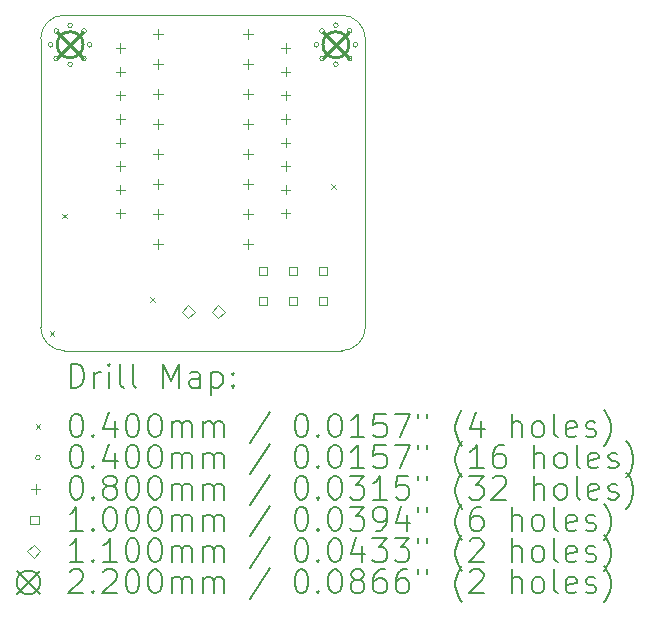
<source format=gbr>
%FSLAX45Y45*%
G04 Gerber Fmt 4.5, Leading zero omitted, Abs format (unit mm)*
G04 Created by KiCad (PCBNEW (6.0.2)) date 2022-09-28 01:57:34*
%MOMM*%
%LPD*%
G01*
G04 APERTURE LIST*
%TA.AperFunction,Profile*%
%ADD10C,0.050000*%
%TD*%
%ADD11C,0.200000*%
%ADD12C,0.040000*%
%ADD13C,0.080000*%
%ADD14C,0.100000*%
%ADD15C,0.110000*%
%ADD16C,0.220000*%
G04 APERTURE END LIST*
D10*
X13630000Y-9440000D02*
X13630000Y-7000000D01*
X13830000Y-6800000D02*
X16180000Y-6800000D01*
X16180000Y-9640000D02*
G75*
G03*
X16380000Y-9440000I0J200000D01*
G01*
X16380000Y-7000000D02*
G75*
G03*
X16180000Y-6800000I-200000J0D01*
G01*
X13830000Y-6800000D02*
G75*
G03*
X13630000Y-7000000I0J-200000D01*
G01*
X13630000Y-9440000D02*
G75*
G03*
X13830000Y-9640000I200000J0D01*
G01*
X16180000Y-9640000D02*
X13830000Y-9640000D01*
X16380000Y-7000000D02*
X16380000Y-9440000D01*
D11*
D12*
X13706000Y-9475000D02*
X13746000Y-9515000D01*
X13746000Y-9475000D02*
X13706000Y-9515000D01*
X13810000Y-8480000D02*
X13850000Y-8520000D01*
X13850000Y-8480000D02*
X13810000Y-8520000D01*
X14560000Y-9190000D02*
X14600000Y-9230000D01*
X14600000Y-9190000D02*
X14560000Y-9230000D01*
X16090000Y-8230000D02*
X16130000Y-8270000D01*
X16130000Y-8230000D02*
X16090000Y-8270000D01*
X13735000Y-7050000D02*
G75*
G03*
X13735000Y-7050000I-20000J0D01*
G01*
X13783327Y-6933327D02*
G75*
G03*
X13783327Y-6933327I-20000J0D01*
G01*
X13783327Y-7166673D02*
G75*
G03*
X13783327Y-7166673I-20000J0D01*
G01*
X13900000Y-6885000D02*
G75*
G03*
X13900000Y-6885000I-20000J0D01*
G01*
X13900000Y-7215000D02*
G75*
G03*
X13900000Y-7215000I-20000J0D01*
G01*
X14016673Y-6933327D02*
G75*
G03*
X14016673Y-6933327I-20000J0D01*
G01*
X14016673Y-7166673D02*
G75*
G03*
X14016673Y-7166673I-20000J0D01*
G01*
X14065000Y-7050000D02*
G75*
G03*
X14065000Y-7050000I-20000J0D01*
G01*
X15985000Y-7050000D02*
G75*
G03*
X15985000Y-7050000I-20000J0D01*
G01*
X16033327Y-6933327D02*
G75*
G03*
X16033327Y-6933327I-20000J0D01*
G01*
X16033327Y-7166673D02*
G75*
G03*
X16033327Y-7166673I-20000J0D01*
G01*
X16150000Y-6885000D02*
G75*
G03*
X16150000Y-6885000I-20000J0D01*
G01*
X16150000Y-7215000D02*
G75*
G03*
X16150000Y-7215000I-20000J0D01*
G01*
X16266673Y-6933327D02*
G75*
G03*
X16266673Y-6933327I-20000J0D01*
G01*
X16266673Y-7166673D02*
G75*
G03*
X16266673Y-7166673I-20000J0D01*
G01*
X16315000Y-7050000D02*
G75*
G03*
X16315000Y-7050000I-20000J0D01*
G01*
D13*
X14304500Y-7038000D02*
X14304500Y-7118000D01*
X14264500Y-7078000D02*
X14344500Y-7078000D01*
X14304500Y-7238000D02*
X14304500Y-7318000D01*
X14264500Y-7278000D02*
X14344500Y-7278000D01*
X14304500Y-7438000D02*
X14304500Y-7518000D01*
X14264500Y-7478000D02*
X14344500Y-7478000D01*
X14304500Y-7638000D02*
X14304500Y-7718000D01*
X14264500Y-7678000D02*
X14344500Y-7678000D01*
X14304500Y-7838000D02*
X14304500Y-7918000D01*
X14264500Y-7878000D02*
X14344500Y-7878000D01*
X14304500Y-8038000D02*
X14304500Y-8118000D01*
X14264500Y-8078000D02*
X14344500Y-8078000D01*
X14304500Y-8238000D02*
X14304500Y-8318000D01*
X14264500Y-8278000D02*
X14344500Y-8278000D01*
X14304500Y-8438000D02*
X14304500Y-8518000D01*
X14264500Y-8478000D02*
X14344500Y-8478000D01*
X14625000Y-6919500D02*
X14625000Y-6999500D01*
X14585000Y-6959500D02*
X14665000Y-6959500D01*
X14625000Y-7173500D02*
X14625000Y-7253500D01*
X14585000Y-7213500D02*
X14665000Y-7213500D01*
X14625000Y-7427500D02*
X14625000Y-7507500D01*
X14585000Y-7467500D02*
X14665000Y-7467500D01*
X14625000Y-7681500D02*
X14625000Y-7761500D01*
X14585000Y-7721500D02*
X14665000Y-7721500D01*
X14625000Y-7935500D02*
X14625000Y-8015500D01*
X14585000Y-7975500D02*
X14665000Y-7975500D01*
X14625000Y-8189500D02*
X14625000Y-8269500D01*
X14585000Y-8229500D02*
X14665000Y-8229500D01*
X14625000Y-8443500D02*
X14625000Y-8523500D01*
X14585000Y-8483500D02*
X14665000Y-8483500D01*
X14625000Y-8697500D02*
X14625000Y-8777500D01*
X14585000Y-8737500D02*
X14665000Y-8737500D01*
X15387000Y-6919500D02*
X15387000Y-6999500D01*
X15347000Y-6959500D02*
X15427000Y-6959500D01*
X15387000Y-7173500D02*
X15387000Y-7253500D01*
X15347000Y-7213500D02*
X15427000Y-7213500D01*
X15387000Y-7427500D02*
X15387000Y-7507500D01*
X15347000Y-7467500D02*
X15427000Y-7467500D01*
X15387000Y-7681500D02*
X15387000Y-7761500D01*
X15347000Y-7721500D02*
X15427000Y-7721500D01*
X15387000Y-7935500D02*
X15387000Y-8015500D01*
X15347000Y-7975500D02*
X15427000Y-7975500D01*
X15387000Y-8189500D02*
X15387000Y-8269500D01*
X15347000Y-8229500D02*
X15427000Y-8229500D01*
X15387000Y-8443500D02*
X15387000Y-8523500D01*
X15347000Y-8483500D02*
X15427000Y-8483500D01*
X15387000Y-8697500D02*
X15387000Y-8777500D01*
X15347000Y-8737500D02*
X15427000Y-8737500D01*
X15704500Y-7038000D02*
X15704500Y-7118000D01*
X15664500Y-7078000D02*
X15744500Y-7078000D01*
X15704500Y-7238000D02*
X15704500Y-7318000D01*
X15664500Y-7278000D02*
X15744500Y-7278000D01*
X15704500Y-7438000D02*
X15704500Y-7518000D01*
X15664500Y-7478000D02*
X15744500Y-7478000D01*
X15704500Y-7638000D02*
X15704500Y-7718000D01*
X15664500Y-7678000D02*
X15744500Y-7678000D01*
X15704500Y-7838000D02*
X15704500Y-7918000D01*
X15664500Y-7878000D02*
X15744500Y-7878000D01*
X15704500Y-8038000D02*
X15704500Y-8118000D01*
X15664500Y-8078000D02*
X15744500Y-8078000D01*
X15704500Y-8238000D02*
X15704500Y-8318000D01*
X15664500Y-8278000D02*
X15744500Y-8278000D01*
X15704500Y-8438000D02*
X15704500Y-8518000D01*
X15664500Y-8478000D02*
X15744500Y-8478000D01*
D14*
X15547356Y-9000356D02*
X15547356Y-8929644D01*
X15476644Y-8929644D01*
X15476644Y-9000356D01*
X15547356Y-9000356D01*
X15547356Y-9254356D02*
X15547356Y-9183644D01*
X15476644Y-9183644D01*
X15476644Y-9254356D01*
X15547356Y-9254356D01*
X15801356Y-9000356D02*
X15801356Y-8929644D01*
X15730644Y-8929644D01*
X15730644Y-9000356D01*
X15801356Y-9000356D01*
X15801356Y-9254356D02*
X15801356Y-9183644D01*
X15730644Y-9183644D01*
X15730644Y-9254356D01*
X15801356Y-9254356D01*
X16055356Y-9000356D02*
X16055356Y-8929644D01*
X15984644Y-8929644D01*
X15984644Y-9000356D01*
X16055356Y-9000356D01*
X16055356Y-9254356D02*
X16055356Y-9183644D01*
X15984644Y-9183644D01*
X15984644Y-9254356D01*
X16055356Y-9254356D01*
D15*
X14880000Y-9365000D02*
X14935000Y-9310000D01*
X14880000Y-9255000D01*
X14825000Y-9310000D01*
X14880000Y-9365000D01*
X15134000Y-9365000D02*
X15189000Y-9310000D01*
X15134000Y-9255000D01*
X15079000Y-9310000D01*
X15134000Y-9365000D01*
D16*
X13770000Y-6940000D02*
X13990000Y-7160000D01*
X13990000Y-6940000D02*
X13770000Y-7160000D01*
X13990000Y-7050000D02*
G75*
G03*
X13990000Y-7050000I-110000J0D01*
G01*
X16020000Y-6940000D02*
X16240000Y-7160000D01*
X16240000Y-6940000D02*
X16020000Y-7160000D01*
X16240000Y-7050000D02*
G75*
G03*
X16240000Y-7050000I-110000J0D01*
G01*
D11*
X13885119Y-9952976D02*
X13885119Y-9752976D01*
X13932738Y-9752976D01*
X13961309Y-9762500D01*
X13980357Y-9781548D01*
X13989881Y-9800595D01*
X13999405Y-9838690D01*
X13999405Y-9867262D01*
X13989881Y-9905357D01*
X13980357Y-9924405D01*
X13961309Y-9943452D01*
X13932738Y-9952976D01*
X13885119Y-9952976D01*
X14085119Y-9952976D02*
X14085119Y-9819643D01*
X14085119Y-9857738D02*
X14094643Y-9838690D01*
X14104167Y-9829167D01*
X14123214Y-9819643D01*
X14142262Y-9819643D01*
X14208928Y-9952976D02*
X14208928Y-9819643D01*
X14208928Y-9752976D02*
X14199405Y-9762500D01*
X14208928Y-9772024D01*
X14218452Y-9762500D01*
X14208928Y-9752976D01*
X14208928Y-9772024D01*
X14332738Y-9952976D02*
X14313690Y-9943452D01*
X14304167Y-9924405D01*
X14304167Y-9752976D01*
X14437500Y-9952976D02*
X14418452Y-9943452D01*
X14408928Y-9924405D01*
X14408928Y-9752976D01*
X14666071Y-9952976D02*
X14666071Y-9752976D01*
X14732738Y-9895833D01*
X14799405Y-9752976D01*
X14799405Y-9952976D01*
X14980357Y-9952976D02*
X14980357Y-9848214D01*
X14970833Y-9829167D01*
X14951786Y-9819643D01*
X14913690Y-9819643D01*
X14894643Y-9829167D01*
X14980357Y-9943452D02*
X14961309Y-9952976D01*
X14913690Y-9952976D01*
X14894643Y-9943452D01*
X14885119Y-9924405D01*
X14885119Y-9905357D01*
X14894643Y-9886310D01*
X14913690Y-9876786D01*
X14961309Y-9876786D01*
X14980357Y-9867262D01*
X15075595Y-9819643D02*
X15075595Y-10019643D01*
X15075595Y-9829167D02*
X15094643Y-9819643D01*
X15132738Y-9819643D01*
X15151786Y-9829167D01*
X15161309Y-9838690D01*
X15170833Y-9857738D01*
X15170833Y-9914881D01*
X15161309Y-9933929D01*
X15151786Y-9943452D01*
X15132738Y-9952976D01*
X15094643Y-9952976D01*
X15075595Y-9943452D01*
X15256548Y-9933929D02*
X15266071Y-9943452D01*
X15256548Y-9952976D01*
X15247024Y-9943452D01*
X15256548Y-9933929D01*
X15256548Y-9952976D01*
X15256548Y-9829167D02*
X15266071Y-9838690D01*
X15256548Y-9848214D01*
X15247024Y-9838690D01*
X15256548Y-9829167D01*
X15256548Y-9848214D01*
D12*
X13587500Y-10262500D02*
X13627500Y-10302500D01*
X13627500Y-10262500D02*
X13587500Y-10302500D01*
D11*
X13923214Y-10172976D02*
X13942262Y-10172976D01*
X13961309Y-10182500D01*
X13970833Y-10192024D01*
X13980357Y-10211071D01*
X13989881Y-10249167D01*
X13989881Y-10296786D01*
X13980357Y-10334881D01*
X13970833Y-10353929D01*
X13961309Y-10363452D01*
X13942262Y-10372976D01*
X13923214Y-10372976D01*
X13904167Y-10363452D01*
X13894643Y-10353929D01*
X13885119Y-10334881D01*
X13875595Y-10296786D01*
X13875595Y-10249167D01*
X13885119Y-10211071D01*
X13894643Y-10192024D01*
X13904167Y-10182500D01*
X13923214Y-10172976D01*
X14075595Y-10353929D02*
X14085119Y-10363452D01*
X14075595Y-10372976D01*
X14066071Y-10363452D01*
X14075595Y-10353929D01*
X14075595Y-10372976D01*
X14256548Y-10239643D02*
X14256548Y-10372976D01*
X14208928Y-10163452D02*
X14161309Y-10306310D01*
X14285119Y-10306310D01*
X14399405Y-10172976D02*
X14418452Y-10172976D01*
X14437500Y-10182500D01*
X14447024Y-10192024D01*
X14456548Y-10211071D01*
X14466071Y-10249167D01*
X14466071Y-10296786D01*
X14456548Y-10334881D01*
X14447024Y-10353929D01*
X14437500Y-10363452D01*
X14418452Y-10372976D01*
X14399405Y-10372976D01*
X14380357Y-10363452D01*
X14370833Y-10353929D01*
X14361309Y-10334881D01*
X14351786Y-10296786D01*
X14351786Y-10249167D01*
X14361309Y-10211071D01*
X14370833Y-10192024D01*
X14380357Y-10182500D01*
X14399405Y-10172976D01*
X14589881Y-10172976D02*
X14608928Y-10172976D01*
X14627976Y-10182500D01*
X14637500Y-10192024D01*
X14647024Y-10211071D01*
X14656548Y-10249167D01*
X14656548Y-10296786D01*
X14647024Y-10334881D01*
X14637500Y-10353929D01*
X14627976Y-10363452D01*
X14608928Y-10372976D01*
X14589881Y-10372976D01*
X14570833Y-10363452D01*
X14561309Y-10353929D01*
X14551786Y-10334881D01*
X14542262Y-10296786D01*
X14542262Y-10249167D01*
X14551786Y-10211071D01*
X14561309Y-10192024D01*
X14570833Y-10182500D01*
X14589881Y-10172976D01*
X14742262Y-10372976D02*
X14742262Y-10239643D01*
X14742262Y-10258690D02*
X14751786Y-10249167D01*
X14770833Y-10239643D01*
X14799405Y-10239643D01*
X14818452Y-10249167D01*
X14827976Y-10268214D01*
X14827976Y-10372976D01*
X14827976Y-10268214D02*
X14837500Y-10249167D01*
X14856548Y-10239643D01*
X14885119Y-10239643D01*
X14904167Y-10249167D01*
X14913690Y-10268214D01*
X14913690Y-10372976D01*
X15008928Y-10372976D02*
X15008928Y-10239643D01*
X15008928Y-10258690D02*
X15018452Y-10249167D01*
X15037500Y-10239643D01*
X15066071Y-10239643D01*
X15085119Y-10249167D01*
X15094643Y-10268214D01*
X15094643Y-10372976D01*
X15094643Y-10268214D02*
X15104167Y-10249167D01*
X15123214Y-10239643D01*
X15151786Y-10239643D01*
X15170833Y-10249167D01*
X15180357Y-10268214D01*
X15180357Y-10372976D01*
X15570833Y-10163452D02*
X15399405Y-10420595D01*
X15827976Y-10172976D02*
X15847024Y-10172976D01*
X15866071Y-10182500D01*
X15875595Y-10192024D01*
X15885119Y-10211071D01*
X15894643Y-10249167D01*
X15894643Y-10296786D01*
X15885119Y-10334881D01*
X15875595Y-10353929D01*
X15866071Y-10363452D01*
X15847024Y-10372976D01*
X15827976Y-10372976D01*
X15808928Y-10363452D01*
X15799405Y-10353929D01*
X15789881Y-10334881D01*
X15780357Y-10296786D01*
X15780357Y-10249167D01*
X15789881Y-10211071D01*
X15799405Y-10192024D01*
X15808928Y-10182500D01*
X15827976Y-10172976D01*
X15980357Y-10353929D02*
X15989881Y-10363452D01*
X15980357Y-10372976D01*
X15970833Y-10363452D01*
X15980357Y-10353929D01*
X15980357Y-10372976D01*
X16113690Y-10172976D02*
X16132738Y-10172976D01*
X16151786Y-10182500D01*
X16161309Y-10192024D01*
X16170833Y-10211071D01*
X16180357Y-10249167D01*
X16180357Y-10296786D01*
X16170833Y-10334881D01*
X16161309Y-10353929D01*
X16151786Y-10363452D01*
X16132738Y-10372976D01*
X16113690Y-10372976D01*
X16094643Y-10363452D01*
X16085119Y-10353929D01*
X16075595Y-10334881D01*
X16066071Y-10296786D01*
X16066071Y-10249167D01*
X16075595Y-10211071D01*
X16085119Y-10192024D01*
X16094643Y-10182500D01*
X16113690Y-10172976D01*
X16370833Y-10372976D02*
X16256548Y-10372976D01*
X16313690Y-10372976D02*
X16313690Y-10172976D01*
X16294643Y-10201548D01*
X16275595Y-10220595D01*
X16256548Y-10230119D01*
X16551786Y-10172976D02*
X16456548Y-10172976D01*
X16447024Y-10268214D01*
X16456548Y-10258690D01*
X16475595Y-10249167D01*
X16523214Y-10249167D01*
X16542262Y-10258690D01*
X16551786Y-10268214D01*
X16561309Y-10287262D01*
X16561309Y-10334881D01*
X16551786Y-10353929D01*
X16542262Y-10363452D01*
X16523214Y-10372976D01*
X16475595Y-10372976D01*
X16456548Y-10363452D01*
X16447024Y-10353929D01*
X16627976Y-10172976D02*
X16761309Y-10172976D01*
X16675595Y-10372976D01*
X16827976Y-10172976D02*
X16827976Y-10211071D01*
X16904167Y-10172976D02*
X16904167Y-10211071D01*
X17199405Y-10449167D02*
X17189881Y-10439643D01*
X17170833Y-10411071D01*
X17161310Y-10392024D01*
X17151786Y-10363452D01*
X17142262Y-10315833D01*
X17142262Y-10277738D01*
X17151786Y-10230119D01*
X17161310Y-10201548D01*
X17170833Y-10182500D01*
X17189881Y-10153929D01*
X17199405Y-10144405D01*
X17361310Y-10239643D02*
X17361310Y-10372976D01*
X17313690Y-10163452D02*
X17266071Y-10306310D01*
X17389881Y-10306310D01*
X17618452Y-10372976D02*
X17618452Y-10172976D01*
X17704167Y-10372976D02*
X17704167Y-10268214D01*
X17694643Y-10249167D01*
X17675595Y-10239643D01*
X17647024Y-10239643D01*
X17627976Y-10249167D01*
X17618452Y-10258690D01*
X17827976Y-10372976D02*
X17808929Y-10363452D01*
X17799405Y-10353929D01*
X17789881Y-10334881D01*
X17789881Y-10277738D01*
X17799405Y-10258690D01*
X17808929Y-10249167D01*
X17827976Y-10239643D01*
X17856548Y-10239643D01*
X17875595Y-10249167D01*
X17885119Y-10258690D01*
X17894643Y-10277738D01*
X17894643Y-10334881D01*
X17885119Y-10353929D01*
X17875595Y-10363452D01*
X17856548Y-10372976D01*
X17827976Y-10372976D01*
X18008929Y-10372976D02*
X17989881Y-10363452D01*
X17980357Y-10344405D01*
X17980357Y-10172976D01*
X18161310Y-10363452D02*
X18142262Y-10372976D01*
X18104167Y-10372976D01*
X18085119Y-10363452D01*
X18075595Y-10344405D01*
X18075595Y-10268214D01*
X18085119Y-10249167D01*
X18104167Y-10239643D01*
X18142262Y-10239643D01*
X18161310Y-10249167D01*
X18170833Y-10268214D01*
X18170833Y-10287262D01*
X18075595Y-10306310D01*
X18247024Y-10363452D02*
X18266071Y-10372976D01*
X18304167Y-10372976D01*
X18323214Y-10363452D01*
X18332738Y-10344405D01*
X18332738Y-10334881D01*
X18323214Y-10315833D01*
X18304167Y-10306310D01*
X18275595Y-10306310D01*
X18256548Y-10296786D01*
X18247024Y-10277738D01*
X18247024Y-10268214D01*
X18256548Y-10249167D01*
X18275595Y-10239643D01*
X18304167Y-10239643D01*
X18323214Y-10249167D01*
X18399405Y-10449167D02*
X18408929Y-10439643D01*
X18427976Y-10411071D01*
X18437500Y-10392024D01*
X18447024Y-10363452D01*
X18456548Y-10315833D01*
X18456548Y-10277738D01*
X18447024Y-10230119D01*
X18437500Y-10201548D01*
X18427976Y-10182500D01*
X18408929Y-10153929D01*
X18399405Y-10144405D01*
D12*
X13627500Y-10546500D02*
G75*
G03*
X13627500Y-10546500I-20000J0D01*
G01*
D11*
X13923214Y-10436976D02*
X13942262Y-10436976D01*
X13961309Y-10446500D01*
X13970833Y-10456024D01*
X13980357Y-10475071D01*
X13989881Y-10513167D01*
X13989881Y-10560786D01*
X13980357Y-10598881D01*
X13970833Y-10617929D01*
X13961309Y-10627452D01*
X13942262Y-10636976D01*
X13923214Y-10636976D01*
X13904167Y-10627452D01*
X13894643Y-10617929D01*
X13885119Y-10598881D01*
X13875595Y-10560786D01*
X13875595Y-10513167D01*
X13885119Y-10475071D01*
X13894643Y-10456024D01*
X13904167Y-10446500D01*
X13923214Y-10436976D01*
X14075595Y-10617929D02*
X14085119Y-10627452D01*
X14075595Y-10636976D01*
X14066071Y-10627452D01*
X14075595Y-10617929D01*
X14075595Y-10636976D01*
X14256548Y-10503643D02*
X14256548Y-10636976D01*
X14208928Y-10427452D02*
X14161309Y-10570310D01*
X14285119Y-10570310D01*
X14399405Y-10436976D02*
X14418452Y-10436976D01*
X14437500Y-10446500D01*
X14447024Y-10456024D01*
X14456548Y-10475071D01*
X14466071Y-10513167D01*
X14466071Y-10560786D01*
X14456548Y-10598881D01*
X14447024Y-10617929D01*
X14437500Y-10627452D01*
X14418452Y-10636976D01*
X14399405Y-10636976D01*
X14380357Y-10627452D01*
X14370833Y-10617929D01*
X14361309Y-10598881D01*
X14351786Y-10560786D01*
X14351786Y-10513167D01*
X14361309Y-10475071D01*
X14370833Y-10456024D01*
X14380357Y-10446500D01*
X14399405Y-10436976D01*
X14589881Y-10436976D02*
X14608928Y-10436976D01*
X14627976Y-10446500D01*
X14637500Y-10456024D01*
X14647024Y-10475071D01*
X14656548Y-10513167D01*
X14656548Y-10560786D01*
X14647024Y-10598881D01*
X14637500Y-10617929D01*
X14627976Y-10627452D01*
X14608928Y-10636976D01*
X14589881Y-10636976D01*
X14570833Y-10627452D01*
X14561309Y-10617929D01*
X14551786Y-10598881D01*
X14542262Y-10560786D01*
X14542262Y-10513167D01*
X14551786Y-10475071D01*
X14561309Y-10456024D01*
X14570833Y-10446500D01*
X14589881Y-10436976D01*
X14742262Y-10636976D02*
X14742262Y-10503643D01*
X14742262Y-10522690D02*
X14751786Y-10513167D01*
X14770833Y-10503643D01*
X14799405Y-10503643D01*
X14818452Y-10513167D01*
X14827976Y-10532214D01*
X14827976Y-10636976D01*
X14827976Y-10532214D02*
X14837500Y-10513167D01*
X14856548Y-10503643D01*
X14885119Y-10503643D01*
X14904167Y-10513167D01*
X14913690Y-10532214D01*
X14913690Y-10636976D01*
X15008928Y-10636976D02*
X15008928Y-10503643D01*
X15008928Y-10522690D02*
X15018452Y-10513167D01*
X15037500Y-10503643D01*
X15066071Y-10503643D01*
X15085119Y-10513167D01*
X15094643Y-10532214D01*
X15094643Y-10636976D01*
X15094643Y-10532214D02*
X15104167Y-10513167D01*
X15123214Y-10503643D01*
X15151786Y-10503643D01*
X15170833Y-10513167D01*
X15180357Y-10532214D01*
X15180357Y-10636976D01*
X15570833Y-10427452D02*
X15399405Y-10684595D01*
X15827976Y-10436976D02*
X15847024Y-10436976D01*
X15866071Y-10446500D01*
X15875595Y-10456024D01*
X15885119Y-10475071D01*
X15894643Y-10513167D01*
X15894643Y-10560786D01*
X15885119Y-10598881D01*
X15875595Y-10617929D01*
X15866071Y-10627452D01*
X15847024Y-10636976D01*
X15827976Y-10636976D01*
X15808928Y-10627452D01*
X15799405Y-10617929D01*
X15789881Y-10598881D01*
X15780357Y-10560786D01*
X15780357Y-10513167D01*
X15789881Y-10475071D01*
X15799405Y-10456024D01*
X15808928Y-10446500D01*
X15827976Y-10436976D01*
X15980357Y-10617929D02*
X15989881Y-10627452D01*
X15980357Y-10636976D01*
X15970833Y-10627452D01*
X15980357Y-10617929D01*
X15980357Y-10636976D01*
X16113690Y-10436976D02*
X16132738Y-10436976D01*
X16151786Y-10446500D01*
X16161309Y-10456024D01*
X16170833Y-10475071D01*
X16180357Y-10513167D01*
X16180357Y-10560786D01*
X16170833Y-10598881D01*
X16161309Y-10617929D01*
X16151786Y-10627452D01*
X16132738Y-10636976D01*
X16113690Y-10636976D01*
X16094643Y-10627452D01*
X16085119Y-10617929D01*
X16075595Y-10598881D01*
X16066071Y-10560786D01*
X16066071Y-10513167D01*
X16075595Y-10475071D01*
X16085119Y-10456024D01*
X16094643Y-10446500D01*
X16113690Y-10436976D01*
X16370833Y-10636976D02*
X16256548Y-10636976D01*
X16313690Y-10636976D02*
X16313690Y-10436976D01*
X16294643Y-10465548D01*
X16275595Y-10484595D01*
X16256548Y-10494119D01*
X16551786Y-10436976D02*
X16456548Y-10436976D01*
X16447024Y-10532214D01*
X16456548Y-10522690D01*
X16475595Y-10513167D01*
X16523214Y-10513167D01*
X16542262Y-10522690D01*
X16551786Y-10532214D01*
X16561309Y-10551262D01*
X16561309Y-10598881D01*
X16551786Y-10617929D01*
X16542262Y-10627452D01*
X16523214Y-10636976D01*
X16475595Y-10636976D01*
X16456548Y-10627452D01*
X16447024Y-10617929D01*
X16627976Y-10436976D02*
X16761309Y-10436976D01*
X16675595Y-10636976D01*
X16827976Y-10436976D02*
X16827976Y-10475071D01*
X16904167Y-10436976D02*
X16904167Y-10475071D01*
X17199405Y-10713167D02*
X17189881Y-10703643D01*
X17170833Y-10675071D01*
X17161310Y-10656024D01*
X17151786Y-10627452D01*
X17142262Y-10579833D01*
X17142262Y-10541738D01*
X17151786Y-10494119D01*
X17161310Y-10465548D01*
X17170833Y-10446500D01*
X17189881Y-10417929D01*
X17199405Y-10408405D01*
X17380357Y-10636976D02*
X17266071Y-10636976D01*
X17323214Y-10636976D02*
X17323214Y-10436976D01*
X17304167Y-10465548D01*
X17285119Y-10484595D01*
X17266071Y-10494119D01*
X17551786Y-10436976D02*
X17513690Y-10436976D01*
X17494643Y-10446500D01*
X17485119Y-10456024D01*
X17466071Y-10484595D01*
X17456548Y-10522690D01*
X17456548Y-10598881D01*
X17466071Y-10617929D01*
X17475595Y-10627452D01*
X17494643Y-10636976D01*
X17532738Y-10636976D01*
X17551786Y-10627452D01*
X17561310Y-10617929D01*
X17570833Y-10598881D01*
X17570833Y-10551262D01*
X17561310Y-10532214D01*
X17551786Y-10522690D01*
X17532738Y-10513167D01*
X17494643Y-10513167D01*
X17475595Y-10522690D01*
X17466071Y-10532214D01*
X17456548Y-10551262D01*
X17808929Y-10636976D02*
X17808929Y-10436976D01*
X17894643Y-10636976D02*
X17894643Y-10532214D01*
X17885119Y-10513167D01*
X17866071Y-10503643D01*
X17837500Y-10503643D01*
X17818452Y-10513167D01*
X17808929Y-10522690D01*
X18018452Y-10636976D02*
X17999405Y-10627452D01*
X17989881Y-10617929D01*
X17980357Y-10598881D01*
X17980357Y-10541738D01*
X17989881Y-10522690D01*
X17999405Y-10513167D01*
X18018452Y-10503643D01*
X18047024Y-10503643D01*
X18066071Y-10513167D01*
X18075595Y-10522690D01*
X18085119Y-10541738D01*
X18085119Y-10598881D01*
X18075595Y-10617929D01*
X18066071Y-10627452D01*
X18047024Y-10636976D01*
X18018452Y-10636976D01*
X18199405Y-10636976D02*
X18180357Y-10627452D01*
X18170833Y-10608405D01*
X18170833Y-10436976D01*
X18351786Y-10627452D02*
X18332738Y-10636976D01*
X18294643Y-10636976D01*
X18275595Y-10627452D01*
X18266071Y-10608405D01*
X18266071Y-10532214D01*
X18275595Y-10513167D01*
X18294643Y-10503643D01*
X18332738Y-10503643D01*
X18351786Y-10513167D01*
X18361310Y-10532214D01*
X18361310Y-10551262D01*
X18266071Y-10570310D01*
X18437500Y-10627452D02*
X18456548Y-10636976D01*
X18494643Y-10636976D01*
X18513690Y-10627452D01*
X18523214Y-10608405D01*
X18523214Y-10598881D01*
X18513690Y-10579833D01*
X18494643Y-10570310D01*
X18466071Y-10570310D01*
X18447024Y-10560786D01*
X18437500Y-10541738D01*
X18437500Y-10532214D01*
X18447024Y-10513167D01*
X18466071Y-10503643D01*
X18494643Y-10503643D01*
X18513690Y-10513167D01*
X18589881Y-10713167D02*
X18599405Y-10703643D01*
X18618452Y-10675071D01*
X18627976Y-10656024D01*
X18637500Y-10627452D01*
X18647024Y-10579833D01*
X18647024Y-10541738D01*
X18637500Y-10494119D01*
X18627976Y-10465548D01*
X18618452Y-10446500D01*
X18599405Y-10417929D01*
X18589881Y-10408405D01*
D13*
X13587500Y-10770500D02*
X13587500Y-10850500D01*
X13547500Y-10810500D02*
X13627500Y-10810500D01*
D11*
X13923214Y-10700976D02*
X13942262Y-10700976D01*
X13961309Y-10710500D01*
X13970833Y-10720024D01*
X13980357Y-10739071D01*
X13989881Y-10777167D01*
X13989881Y-10824786D01*
X13980357Y-10862881D01*
X13970833Y-10881929D01*
X13961309Y-10891452D01*
X13942262Y-10900976D01*
X13923214Y-10900976D01*
X13904167Y-10891452D01*
X13894643Y-10881929D01*
X13885119Y-10862881D01*
X13875595Y-10824786D01*
X13875595Y-10777167D01*
X13885119Y-10739071D01*
X13894643Y-10720024D01*
X13904167Y-10710500D01*
X13923214Y-10700976D01*
X14075595Y-10881929D02*
X14085119Y-10891452D01*
X14075595Y-10900976D01*
X14066071Y-10891452D01*
X14075595Y-10881929D01*
X14075595Y-10900976D01*
X14199405Y-10786690D02*
X14180357Y-10777167D01*
X14170833Y-10767643D01*
X14161309Y-10748595D01*
X14161309Y-10739071D01*
X14170833Y-10720024D01*
X14180357Y-10710500D01*
X14199405Y-10700976D01*
X14237500Y-10700976D01*
X14256548Y-10710500D01*
X14266071Y-10720024D01*
X14275595Y-10739071D01*
X14275595Y-10748595D01*
X14266071Y-10767643D01*
X14256548Y-10777167D01*
X14237500Y-10786690D01*
X14199405Y-10786690D01*
X14180357Y-10796214D01*
X14170833Y-10805738D01*
X14161309Y-10824786D01*
X14161309Y-10862881D01*
X14170833Y-10881929D01*
X14180357Y-10891452D01*
X14199405Y-10900976D01*
X14237500Y-10900976D01*
X14256548Y-10891452D01*
X14266071Y-10881929D01*
X14275595Y-10862881D01*
X14275595Y-10824786D01*
X14266071Y-10805738D01*
X14256548Y-10796214D01*
X14237500Y-10786690D01*
X14399405Y-10700976D02*
X14418452Y-10700976D01*
X14437500Y-10710500D01*
X14447024Y-10720024D01*
X14456548Y-10739071D01*
X14466071Y-10777167D01*
X14466071Y-10824786D01*
X14456548Y-10862881D01*
X14447024Y-10881929D01*
X14437500Y-10891452D01*
X14418452Y-10900976D01*
X14399405Y-10900976D01*
X14380357Y-10891452D01*
X14370833Y-10881929D01*
X14361309Y-10862881D01*
X14351786Y-10824786D01*
X14351786Y-10777167D01*
X14361309Y-10739071D01*
X14370833Y-10720024D01*
X14380357Y-10710500D01*
X14399405Y-10700976D01*
X14589881Y-10700976D02*
X14608928Y-10700976D01*
X14627976Y-10710500D01*
X14637500Y-10720024D01*
X14647024Y-10739071D01*
X14656548Y-10777167D01*
X14656548Y-10824786D01*
X14647024Y-10862881D01*
X14637500Y-10881929D01*
X14627976Y-10891452D01*
X14608928Y-10900976D01*
X14589881Y-10900976D01*
X14570833Y-10891452D01*
X14561309Y-10881929D01*
X14551786Y-10862881D01*
X14542262Y-10824786D01*
X14542262Y-10777167D01*
X14551786Y-10739071D01*
X14561309Y-10720024D01*
X14570833Y-10710500D01*
X14589881Y-10700976D01*
X14742262Y-10900976D02*
X14742262Y-10767643D01*
X14742262Y-10786690D02*
X14751786Y-10777167D01*
X14770833Y-10767643D01*
X14799405Y-10767643D01*
X14818452Y-10777167D01*
X14827976Y-10796214D01*
X14827976Y-10900976D01*
X14827976Y-10796214D02*
X14837500Y-10777167D01*
X14856548Y-10767643D01*
X14885119Y-10767643D01*
X14904167Y-10777167D01*
X14913690Y-10796214D01*
X14913690Y-10900976D01*
X15008928Y-10900976D02*
X15008928Y-10767643D01*
X15008928Y-10786690D02*
X15018452Y-10777167D01*
X15037500Y-10767643D01*
X15066071Y-10767643D01*
X15085119Y-10777167D01*
X15094643Y-10796214D01*
X15094643Y-10900976D01*
X15094643Y-10796214D02*
X15104167Y-10777167D01*
X15123214Y-10767643D01*
X15151786Y-10767643D01*
X15170833Y-10777167D01*
X15180357Y-10796214D01*
X15180357Y-10900976D01*
X15570833Y-10691452D02*
X15399405Y-10948595D01*
X15827976Y-10700976D02*
X15847024Y-10700976D01*
X15866071Y-10710500D01*
X15875595Y-10720024D01*
X15885119Y-10739071D01*
X15894643Y-10777167D01*
X15894643Y-10824786D01*
X15885119Y-10862881D01*
X15875595Y-10881929D01*
X15866071Y-10891452D01*
X15847024Y-10900976D01*
X15827976Y-10900976D01*
X15808928Y-10891452D01*
X15799405Y-10881929D01*
X15789881Y-10862881D01*
X15780357Y-10824786D01*
X15780357Y-10777167D01*
X15789881Y-10739071D01*
X15799405Y-10720024D01*
X15808928Y-10710500D01*
X15827976Y-10700976D01*
X15980357Y-10881929D02*
X15989881Y-10891452D01*
X15980357Y-10900976D01*
X15970833Y-10891452D01*
X15980357Y-10881929D01*
X15980357Y-10900976D01*
X16113690Y-10700976D02*
X16132738Y-10700976D01*
X16151786Y-10710500D01*
X16161309Y-10720024D01*
X16170833Y-10739071D01*
X16180357Y-10777167D01*
X16180357Y-10824786D01*
X16170833Y-10862881D01*
X16161309Y-10881929D01*
X16151786Y-10891452D01*
X16132738Y-10900976D01*
X16113690Y-10900976D01*
X16094643Y-10891452D01*
X16085119Y-10881929D01*
X16075595Y-10862881D01*
X16066071Y-10824786D01*
X16066071Y-10777167D01*
X16075595Y-10739071D01*
X16085119Y-10720024D01*
X16094643Y-10710500D01*
X16113690Y-10700976D01*
X16247024Y-10700976D02*
X16370833Y-10700976D01*
X16304167Y-10777167D01*
X16332738Y-10777167D01*
X16351786Y-10786690D01*
X16361309Y-10796214D01*
X16370833Y-10815262D01*
X16370833Y-10862881D01*
X16361309Y-10881929D01*
X16351786Y-10891452D01*
X16332738Y-10900976D01*
X16275595Y-10900976D01*
X16256548Y-10891452D01*
X16247024Y-10881929D01*
X16561309Y-10900976D02*
X16447024Y-10900976D01*
X16504167Y-10900976D02*
X16504167Y-10700976D01*
X16485119Y-10729548D01*
X16466071Y-10748595D01*
X16447024Y-10758119D01*
X16742262Y-10700976D02*
X16647024Y-10700976D01*
X16637500Y-10796214D01*
X16647024Y-10786690D01*
X16666071Y-10777167D01*
X16713690Y-10777167D01*
X16732738Y-10786690D01*
X16742262Y-10796214D01*
X16751786Y-10815262D01*
X16751786Y-10862881D01*
X16742262Y-10881929D01*
X16732738Y-10891452D01*
X16713690Y-10900976D01*
X16666071Y-10900976D01*
X16647024Y-10891452D01*
X16637500Y-10881929D01*
X16827976Y-10700976D02*
X16827976Y-10739071D01*
X16904167Y-10700976D02*
X16904167Y-10739071D01*
X17199405Y-10977167D02*
X17189881Y-10967643D01*
X17170833Y-10939071D01*
X17161310Y-10920024D01*
X17151786Y-10891452D01*
X17142262Y-10843833D01*
X17142262Y-10805738D01*
X17151786Y-10758119D01*
X17161310Y-10729548D01*
X17170833Y-10710500D01*
X17189881Y-10681929D01*
X17199405Y-10672405D01*
X17256548Y-10700976D02*
X17380357Y-10700976D01*
X17313690Y-10777167D01*
X17342262Y-10777167D01*
X17361310Y-10786690D01*
X17370833Y-10796214D01*
X17380357Y-10815262D01*
X17380357Y-10862881D01*
X17370833Y-10881929D01*
X17361310Y-10891452D01*
X17342262Y-10900976D01*
X17285119Y-10900976D01*
X17266071Y-10891452D01*
X17256548Y-10881929D01*
X17456548Y-10720024D02*
X17466071Y-10710500D01*
X17485119Y-10700976D01*
X17532738Y-10700976D01*
X17551786Y-10710500D01*
X17561310Y-10720024D01*
X17570833Y-10739071D01*
X17570833Y-10758119D01*
X17561310Y-10786690D01*
X17447024Y-10900976D01*
X17570833Y-10900976D01*
X17808929Y-10900976D02*
X17808929Y-10700976D01*
X17894643Y-10900976D02*
X17894643Y-10796214D01*
X17885119Y-10777167D01*
X17866071Y-10767643D01*
X17837500Y-10767643D01*
X17818452Y-10777167D01*
X17808929Y-10786690D01*
X18018452Y-10900976D02*
X17999405Y-10891452D01*
X17989881Y-10881929D01*
X17980357Y-10862881D01*
X17980357Y-10805738D01*
X17989881Y-10786690D01*
X17999405Y-10777167D01*
X18018452Y-10767643D01*
X18047024Y-10767643D01*
X18066071Y-10777167D01*
X18075595Y-10786690D01*
X18085119Y-10805738D01*
X18085119Y-10862881D01*
X18075595Y-10881929D01*
X18066071Y-10891452D01*
X18047024Y-10900976D01*
X18018452Y-10900976D01*
X18199405Y-10900976D02*
X18180357Y-10891452D01*
X18170833Y-10872405D01*
X18170833Y-10700976D01*
X18351786Y-10891452D02*
X18332738Y-10900976D01*
X18294643Y-10900976D01*
X18275595Y-10891452D01*
X18266071Y-10872405D01*
X18266071Y-10796214D01*
X18275595Y-10777167D01*
X18294643Y-10767643D01*
X18332738Y-10767643D01*
X18351786Y-10777167D01*
X18361310Y-10796214D01*
X18361310Y-10815262D01*
X18266071Y-10834310D01*
X18437500Y-10891452D02*
X18456548Y-10900976D01*
X18494643Y-10900976D01*
X18513690Y-10891452D01*
X18523214Y-10872405D01*
X18523214Y-10862881D01*
X18513690Y-10843833D01*
X18494643Y-10834310D01*
X18466071Y-10834310D01*
X18447024Y-10824786D01*
X18437500Y-10805738D01*
X18437500Y-10796214D01*
X18447024Y-10777167D01*
X18466071Y-10767643D01*
X18494643Y-10767643D01*
X18513690Y-10777167D01*
X18589881Y-10977167D02*
X18599405Y-10967643D01*
X18618452Y-10939071D01*
X18627976Y-10920024D01*
X18637500Y-10891452D01*
X18647024Y-10843833D01*
X18647024Y-10805738D01*
X18637500Y-10758119D01*
X18627976Y-10729548D01*
X18618452Y-10710500D01*
X18599405Y-10681929D01*
X18589881Y-10672405D01*
D14*
X13612856Y-11109856D02*
X13612856Y-11039144D01*
X13542144Y-11039144D01*
X13542144Y-11109856D01*
X13612856Y-11109856D01*
D11*
X13989881Y-11164976D02*
X13875595Y-11164976D01*
X13932738Y-11164976D02*
X13932738Y-10964976D01*
X13913690Y-10993548D01*
X13894643Y-11012595D01*
X13875595Y-11022119D01*
X14075595Y-11145929D02*
X14085119Y-11155452D01*
X14075595Y-11164976D01*
X14066071Y-11155452D01*
X14075595Y-11145929D01*
X14075595Y-11164976D01*
X14208928Y-10964976D02*
X14227976Y-10964976D01*
X14247024Y-10974500D01*
X14256548Y-10984024D01*
X14266071Y-11003071D01*
X14275595Y-11041167D01*
X14275595Y-11088786D01*
X14266071Y-11126881D01*
X14256548Y-11145929D01*
X14247024Y-11155452D01*
X14227976Y-11164976D01*
X14208928Y-11164976D01*
X14189881Y-11155452D01*
X14180357Y-11145929D01*
X14170833Y-11126881D01*
X14161309Y-11088786D01*
X14161309Y-11041167D01*
X14170833Y-11003071D01*
X14180357Y-10984024D01*
X14189881Y-10974500D01*
X14208928Y-10964976D01*
X14399405Y-10964976D02*
X14418452Y-10964976D01*
X14437500Y-10974500D01*
X14447024Y-10984024D01*
X14456548Y-11003071D01*
X14466071Y-11041167D01*
X14466071Y-11088786D01*
X14456548Y-11126881D01*
X14447024Y-11145929D01*
X14437500Y-11155452D01*
X14418452Y-11164976D01*
X14399405Y-11164976D01*
X14380357Y-11155452D01*
X14370833Y-11145929D01*
X14361309Y-11126881D01*
X14351786Y-11088786D01*
X14351786Y-11041167D01*
X14361309Y-11003071D01*
X14370833Y-10984024D01*
X14380357Y-10974500D01*
X14399405Y-10964976D01*
X14589881Y-10964976D02*
X14608928Y-10964976D01*
X14627976Y-10974500D01*
X14637500Y-10984024D01*
X14647024Y-11003071D01*
X14656548Y-11041167D01*
X14656548Y-11088786D01*
X14647024Y-11126881D01*
X14637500Y-11145929D01*
X14627976Y-11155452D01*
X14608928Y-11164976D01*
X14589881Y-11164976D01*
X14570833Y-11155452D01*
X14561309Y-11145929D01*
X14551786Y-11126881D01*
X14542262Y-11088786D01*
X14542262Y-11041167D01*
X14551786Y-11003071D01*
X14561309Y-10984024D01*
X14570833Y-10974500D01*
X14589881Y-10964976D01*
X14742262Y-11164976D02*
X14742262Y-11031643D01*
X14742262Y-11050690D02*
X14751786Y-11041167D01*
X14770833Y-11031643D01*
X14799405Y-11031643D01*
X14818452Y-11041167D01*
X14827976Y-11060214D01*
X14827976Y-11164976D01*
X14827976Y-11060214D02*
X14837500Y-11041167D01*
X14856548Y-11031643D01*
X14885119Y-11031643D01*
X14904167Y-11041167D01*
X14913690Y-11060214D01*
X14913690Y-11164976D01*
X15008928Y-11164976D02*
X15008928Y-11031643D01*
X15008928Y-11050690D02*
X15018452Y-11041167D01*
X15037500Y-11031643D01*
X15066071Y-11031643D01*
X15085119Y-11041167D01*
X15094643Y-11060214D01*
X15094643Y-11164976D01*
X15094643Y-11060214D02*
X15104167Y-11041167D01*
X15123214Y-11031643D01*
X15151786Y-11031643D01*
X15170833Y-11041167D01*
X15180357Y-11060214D01*
X15180357Y-11164976D01*
X15570833Y-10955452D02*
X15399405Y-11212595D01*
X15827976Y-10964976D02*
X15847024Y-10964976D01*
X15866071Y-10974500D01*
X15875595Y-10984024D01*
X15885119Y-11003071D01*
X15894643Y-11041167D01*
X15894643Y-11088786D01*
X15885119Y-11126881D01*
X15875595Y-11145929D01*
X15866071Y-11155452D01*
X15847024Y-11164976D01*
X15827976Y-11164976D01*
X15808928Y-11155452D01*
X15799405Y-11145929D01*
X15789881Y-11126881D01*
X15780357Y-11088786D01*
X15780357Y-11041167D01*
X15789881Y-11003071D01*
X15799405Y-10984024D01*
X15808928Y-10974500D01*
X15827976Y-10964976D01*
X15980357Y-11145929D02*
X15989881Y-11155452D01*
X15980357Y-11164976D01*
X15970833Y-11155452D01*
X15980357Y-11145929D01*
X15980357Y-11164976D01*
X16113690Y-10964976D02*
X16132738Y-10964976D01*
X16151786Y-10974500D01*
X16161309Y-10984024D01*
X16170833Y-11003071D01*
X16180357Y-11041167D01*
X16180357Y-11088786D01*
X16170833Y-11126881D01*
X16161309Y-11145929D01*
X16151786Y-11155452D01*
X16132738Y-11164976D01*
X16113690Y-11164976D01*
X16094643Y-11155452D01*
X16085119Y-11145929D01*
X16075595Y-11126881D01*
X16066071Y-11088786D01*
X16066071Y-11041167D01*
X16075595Y-11003071D01*
X16085119Y-10984024D01*
X16094643Y-10974500D01*
X16113690Y-10964976D01*
X16247024Y-10964976D02*
X16370833Y-10964976D01*
X16304167Y-11041167D01*
X16332738Y-11041167D01*
X16351786Y-11050690D01*
X16361309Y-11060214D01*
X16370833Y-11079262D01*
X16370833Y-11126881D01*
X16361309Y-11145929D01*
X16351786Y-11155452D01*
X16332738Y-11164976D01*
X16275595Y-11164976D01*
X16256548Y-11155452D01*
X16247024Y-11145929D01*
X16466071Y-11164976D02*
X16504167Y-11164976D01*
X16523214Y-11155452D01*
X16532738Y-11145929D01*
X16551786Y-11117357D01*
X16561309Y-11079262D01*
X16561309Y-11003071D01*
X16551786Y-10984024D01*
X16542262Y-10974500D01*
X16523214Y-10964976D01*
X16485119Y-10964976D01*
X16466071Y-10974500D01*
X16456548Y-10984024D01*
X16447024Y-11003071D01*
X16447024Y-11050690D01*
X16456548Y-11069738D01*
X16466071Y-11079262D01*
X16485119Y-11088786D01*
X16523214Y-11088786D01*
X16542262Y-11079262D01*
X16551786Y-11069738D01*
X16561309Y-11050690D01*
X16732738Y-11031643D02*
X16732738Y-11164976D01*
X16685119Y-10955452D02*
X16637500Y-11098310D01*
X16761309Y-11098310D01*
X16827976Y-10964976D02*
X16827976Y-11003071D01*
X16904167Y-10964976D02*
X16904167Y-11003071D01*
X17199405Y-11241167D02*
X17189881Y-11231643D01*
X17170833Y-11203071D01*
X17161310Y-11184024D01*
X17151786Y-11155452D01*
X17142262Y-11107833D01*
X17142262Y-11069738D01*
X17151786Y-11022119D01*
X17161310Y-10993548D01*
X17170833Y-10974500D01*
X17189881Y-10945929D01*
X17199405Y-10936405D01*
X17361310Y-10964976D02*
X17323214Y-10964976D01*
X17304167Y-10974500D01*
X17294643Y-10984024D01*
X17275595Y-11012595D01*
X17266071Y-11050690D01*
X17266071Y-11126881D01*
X17275595Y-11145929D01*
X17285119Y-11155452D01*
X17304167Y-11164976D01*
X17342262Y-11164976D01*
X17361310Y-11155452D01*
X17370833Y-11145929D01*
X17380357Y-11126881D01*
X17380357Y-11079262D01*
X17370833Y-11060214D01*
X17361310Y-11050690D01*
X17342262Y-11041167D01*
X17304167Y-11041167D01*
X17285119Y-11050690D01*
X17275595Y-11060214D01*
X17266071Y-11079262D01*
X17618452Y-11164976D02*
X17618452Y-10964976D01*
X17704167Y-11164976D02*
X17704167Y-11060214D01*
X17694643Y-11041167D01*
X17675595Y-11031643D01*
X17647024Y-11031643D01*
X17627976Y-11041167D01*
X17618452Y-11050690D01*
X17827976Y-11164976D02*
X17808929Y-11155452D01*
X17799405Y-11145929D01*
X17789881Y-11126881D01*
X17789881Y-11069738D01*
X17799405Y-11050690D01*
X17808929Y-11041167D01*
X17827976Y-11031643D01*
X17856548Y-11031643D01*
X17875595Y-11041167D01*
X17885119Y-11050690D01*
X17894643Y-11069738D01*
X17894643Y-11126881D01*
X17885119Y-11145929D01*
X17875595Y-11155452D01*
X17856548Y-11164976D01*
X17827976Y-11164976D01*
X18008929Y-11164976D02*
X17989881Y-11155452D01*
X17980357Y-11136405D01*
X17980357Y-10964976D01*
X18161310Y-11155452D02*
X18142262Y-11164976D01*
X18104167Y-11164976D01*
X18085119Y-11155452D01*
X18075595Y-11136405D01*
X18075595Y-11060214D01*
X18085119Y-11041167D01*
X18104167Y-11031643D01*
X18142262Y-11031643D01*
X18161310Y-11041167D01*
X18170833Y-11060214D01*
X18170833Y-11079262D01*
X18075595Y-11098310D01*
X18247024Y-11155452D02*
X18266071Y-11164976D01*
X18304167Y-11164976D01*
X18323214Y-11155452D01*
X18332738Y-11136405D01*
X18332738Y-11126881D01*
X18323214Y-11107833D01*
X18304167Y-11098310D01*
X18275595Y-11098310D01*
X18256548Y-11088786D01*
X18247024Y-11069738D01*
X18247024Y-11060214D01*
X18256548Y-11041167D01*
X18275595Y-11031643D01*
X18304167Y-11031643D01*
X18323214Y-11041167D01*
X18399405Y-11241167D02*
X18408929Y-11231643D01*
X18427976Y-11203071D01*
X18437500Y-11184024D01*
X18447024Y-11155452D01*
X18456548Y-11107833D01*
X18456548Y-11069738D01*
X18447024Y-11022119D01*
X18437500Y-10993548D01*
X18427976Y-10974500D01*
X18408929Y-10945929D01*
X18399405Y-10936405D01*
D15*
X13572500Y-11393500D02*
X13627500Y-11338500D01*
X13572500Y-11283500D01*
X13517500Y-11338500D01*
X13572500Y-11393500D01*
D11*
X13989881Y-11428976D02*
X13875595Y-11428976D01*
X13932738Y-11428976D02*
X13932738Y-11228976D01*
X13913690Y-11257548D01*
X13894643Y-11276595D01*
X13875595Y-11286119D01*
X14075595Y-11409928D02*
X14085119Y-11419452D01*
X14075595Y-11428976D01*
X14066071Y-11419452D01*
X14075595Y-11409928D01*
X14075595Y-11428976D01*
X14275595Y-11428976D02*
X14161309Y-11428976D01*
X14218452Y-11428976D02*
X14218452Y-11228976D01*
X14199405Y-11257548D01*
X14180357Y-11276595D01*
X14161309Y-11286119D01*
X14399405Y-11228976D02*
X14418452Y-11228976D01*
X14437500Y-11238500D01*
X14447024Y-11248024D01*
X14456548Y-11267071D01*
X14466071Y-11305167D01*
X14466071Y-11352786D01*
X14456548Y-11390881D01*
X14447024Y-11409928D01*
X14437500Y-11419452D01*
X14418452Y-11428976D01*
X14399405Y-11428976D01*
X14380357Y-11419452D01*
X14370833Y-11409928D01*
X14361309Y-11390881D01*
X14351786Y-11352786D01*
X14351786Y-11305167D01*
X14361309Y-11267071D01*
X14370833Y-11248024D01*
X14380357Y-11238500D01*
X14399405Y-11228976D01*
X14589881Y-11228976D02*
X14608928Y-11228976D01*
X14627976Y-11238500D01*
X14637500Y-11248024D01*
X14647024Y-11267071D01*
X14656548Y-11305167D01*
X14656548Y-11352786D01*
X14647024Y-11390881D01*
X14637500Y-11409928D01*
X14627976Y-11419452D01*
X14608928Y-11428976D01*
X14589881Y-11428976D01*
X14570833Y-11419452D01*
X14561309Y-11409928D01*
X14551786Y-11390881D01*
X14542262Y-11352786D01*
X14542262Y-11305167D01*
X14551786Y-11267071D01*
X14561309Y-11248024D01*
X14570833Y-11238500D01*
X14589881Y-11228976D01*
X14742262Y-11428976D02*
X14742262Y-11295643D01*
X14742262Y-11314690D02*
X14751786Y-11305167D01*
X14770833Y-11295643D01*
X14799405Y-11295643D01*
X14818452Y-11305167D01*
X14827976Y-11324214D01*
X14827976Y-11428976D01*
X14827976Y-11324214D02*
X14837500Y-11305167D01*
X14856548Y-11295643D01*
X14885119Y-11295643D01*
X14904167Y-11305167D01*
X14913690Y-11324214D01*
X14913690Y-11428976D01*
X15008928Y-11428976D02*
X15008928Y-11295643D01*
X15008928Y-11314690D02*
X15018452Y-11305167D01*
X15037500Y-11295643D01*
X15066071Y-11295643D01*
X15085119Y-11305167D01*
X15094643Y-11324214D01*
X15094643Y-11428976D01*
X15094643Y-11324214D02*
X15104167Y-11305167D01*
X15123214Y-11295643D01*
X15151786Y-11295643D01*
X15170833Y-11305167D01*
X15180357Y-11324214D01*
X15180357Y-11428976D01*
X15570833Y-11219452D02*
X15399405Y-11476595D01*
X15827976Y-11228976D02*
X15847024Y-11228976D01*
X15866071Y-11238500D01*
X15875595Y-11248024D01*
X15885119Y-11267071D01*
X15894643Y-11305167D01*
X15894643Y-11352786D01*
X15885119Y-11390881D01*
X15875595Y-11409928D01*
X15866071Y-11419452D01*
X15847024Y-11428976D01*
X15827976Y-11428976D01*
X15808928Y-11419452D01*
X15799405Y-11409928D01*
X15789881Y-11390881D01*
X15780357Y-11352786D01*
X15780357Y-11305167D01*
X15789881Y-11267071D01*
X15799405Y-11248024D01*
X15808928Y-11238500D01*
X15827976Y-11228976D01*
X15980357Y-11409928D02*
X15989881Y-11419452D01*
X15980357Y-11428976D01*
X15970833Y-11419452D01*
X15980357Y-11409928D01*
X15980357Y-11428976D01*
X16113690Y-11228976D02*
X16132738Y-11228976D01*
X16151786Y-11238500D01*
X16161309Y-11248024D01*
X16170833Y-11267071D01*
X16180357Y-11305167D01*
X16180357Y-11352786D01*
X16170833Y-11390881D01*
X16161309Y-11409928D01*
X16151786Y-11419452D01*
X16132738Y-11428976D01*
X16113690Y-11428976D01*
X16094643Y-11419452D01*
X16085119Y-11409928D01*
X16075595Y-11390881D01*
X16066071Y-11352786D01*
X16066071Y-11305167D01*
X16075595Y-11267071D01*
X16085119Y-11248024D01*
X16094643Y-11238500D01*
X16113690Y-11228976D01*
X16351786Y-11295643D02*
X16351786Y-11428976D01*
X16304167Y-11219452D02*
X16256548Y-11362309D01*
X16380357Y-11362309D01*
X16437500Y-11228976D02*
X16561309Y-11228976D01*
X16494643Y-11305167D01*
X16523214Y-11305167D01*
X16542262Y-11314690D01*
X16551786Y-11324214D01*
X16561309Y-11343262D01*
X16561309Y-11390881D01*
X16551786Y-11409928D01*
X16542262Y-11419452D01*
X16523214Y-11428976D01*
X16466071Y-11428976D01*
X16447024Y-11419452D01*
X16437500Y-11409928D01*
X16627976Y-11228976D02*
X16751786Y-11228976D01*
X16685119Y-11305167D01*
X16713690Y-11305167D01*
X16732738Y-11314690D01*
X16742262Y-11324214D01*
X16751786Y-11343262D01*
X16751786Y-11390881D01*
X16742262Y-11409928D01*
X16732738Y-11419452D01*
X16713690Y-11428976D01*
X16656548Y-11428976D01*
X16637500Y-11419452D01*
X16627976Y-11409928D01*
X16827976Y-11228976D02*
X16827976Y-11267071D01*
X16904167Y-11228976D02*
X16904167Y-11267071D01*
X17199405Y-11505167D02*
X17189881Y-11495643D01*
X17170833Y-11467071D01*
X17161310Y-11448024D01*
X17151786Y-11419452D01*
X17142262Y-11371833D01*
X17142262Y-11333738D01*
X17151786Y-11286119D01*
X17161310Y-11257548D01*
X17170833Y-11238500D01*
X17189881Y-11209928D01*
X17199405Y-11200405D01*
X17266071Y-11248024D02*
X17275595Y-11238500D01*
X17294643Y-11228976D01*
X17342262Y-11228976D01*
X17361310Y-11238500D01*
X17370833Y-11248024D01*
X17380357Y-11267071D01*
X17380357Y-11286119D01*
X17370833Y-11314690D01*
X17256548Y-11428976D01*
X17380357Y-11428976D01*
X17618452Y-11428976D02*
X17618452Y-11228976D01*
X17704167Y-11428976D02*
X17704167Y-11324214D01*
X17694643Y-11305167D01*
X17675595Y-11295643D01*
X17647024Y-11295643D01*
X17627976Y-11305167D01*
X17618452Y-11314690D01*
X17827976Y-11428976D02*
X17808929Y-11419452D01*
X17799405Y-11409928D01*
X17789881Y-11390881D01*
X17789881Y-11333738D01*
X17799405Y-11314690D01*
X17808929Y-11305167D01*
X17827976Y-11295643D01*
X17856548Y-11295643D01*
X17875595Y-11305167D01*
X17885119Y-11314690D01*
X17894643Y-11333738D01*
X17894643Y-11390881D01*
X17885119Y-11409928D01*
X17875595Y-11419452D01*
X17856548Y-11428976D01*
X17827976Y-11428976D01*
X18008929Y-11428976D02*
X17989881Y-11419452D01*
X17980357Y-11400405D01*
X17980357Y-11228976D01*
X18161310Y-11419452D02*
X18142262Y-11428976D01*
X18104167Y-11428976D01*
X18085119Y-11419452D01*
X18075595Y-11400405D01*
X18075595Y-11324214D01*
X18085119Y-11305167D01*
X18104167Y-11295643D01*
X18142262Y-11295643D01*
X18161310Y-11305167D01*
X18170833Y-11324214D01*
X18170833Y-11343262D01*
X18075595Y-11362309D01*
X18247024Y-11419452D02*
X18266071Y-11428976D01*
X18304167Y-11428976D01*
X18323214Y-11419452D01*
X18332738Y-11400405D01*
X18332738Y-11390881D01*
X18323214Y-11371833D01*
X18304167Y-11362309D01*
X18275595Y-11362309D01*
X18256548Y-11352786D01*
X18247024Y-11333738D01*
X18247024Y-11324214D01*
X18256548Y-11305167D01*
X18275595Y-11295643D01*
X18304167Y-11295643D01*
X18323214Y-11305167D01*
X18399405Y-11505167D02*
X18408929Y-11495643D01*
X18427976Y-11467071D01*
X18437500Y-11448024D01*
X18447024Y-11419452D01*
X18456548Y-11371833D01*
X18456548Y-11333738D01*
X18447024Y-11286119D01*
X18437500Y-11257548D01*
X18427976Y-11238500D01*
X18408929Y-11209928D01*
X18399405Y-11200405D01*
X13427500Y-11502500D02*
X13627500Y-11702500D01*
X13627500Y-11502500D02*
X13427500Y-11702500D01*
X13627500Y-11602500D02*
G75*
G03*
X13627500Y-11602500I-100000J0D01*
G01*
X13875595Y-11512024D02*
X13885119Y-11502500D01*
X13904167Y-11492976D01*
X13951786Y-11492976D01*
X13970833Y-11502500D01*
X13980357Y-11512024D01*
X13989881Y-11531071D01*
X13989881Y-11550119D01*
X13980357Y-11578690D01*
X13866071Y-11692976D01*
X13989881Y-11692976D01*
X14075595Y-11673928D02*
X14085119Y-11683452D01*
X14075595Y-11692976D01*
X14066071Y-11683452D01*
X14075595Y-11673928D01*
X14075595Y-11692976D01*
X14161309Y-11512024D02*
X14170833Y-11502500D01*
X14189881Y-11492976D01*
X14237500Y-11492976D01*
X14256548Y-11502500D01*
X14266071Y-11512024D01*
X14275595Y-11531071D01*
X14275595Y-11550119D01*
X14266071Y-11578690D01*
X14151786Y-11692976D01*
X14275595Y-11692976D01*
X14399405Y-11492976D02*
X14418452Y-11492976D01*
X14437500Y-11502500D01*
X14447024Y-11512024D01*
X14456548Y-11531071D01*
X14466071Y-11569167D01*
X14466071Y-11616786D01*
X14456548Y-11654881D01*
X14447024Y-11673928D01*
X14437500Y-11683452D01*
X14418452Y-11692976D01*
X14399405Y-11692976D01*
X14380357Y-11683452D01*
X14370833Y-11673928D01*
X14361309Y-11654881D01*
X14351786Y-11616786D01*
X14351786Y-11569167D01*
X14361309Y-11531071D01*
X14370833Y-11512024D01*
X14380357Y-11502500D01*
X14399405Y-11492976D01*
X14589881Y-11492976D02*
X14608928Y-11492976D01*
X14627976Y-11502500D01*
X14637500Y-11512024D01*
X14647024Y-11531071D01*
X14656548Y-11569167D01*
X14656548Y-11616786D01*
X14647024Y-11654881D01*
X14637500Y-11673928D01*
X14627976Y-11683452D01*
X14608928Y-11692976D01*
X14589881Y-11692976D01*
X14570833Y-11683452D01*
X14561309Y-11673928D01*
X14551786Y-11654881D01*
X14542262Y-11616786D01*
X14542262Y-11569167D01*
X14551786Y-11531071D01*
X14561309Y-11512024D01*
X14570833Y-11502500D01*
X14589881Y-11492976D01*
X14742262Y-11692976D02*
X14742262Y-11559643D01*
X14742262Y-11578690D02*
X14751786Y-11569167D01*
X14770833Y-11559643D01*
X14799405Y-11559643D01*
X14818452Y-11569167D01*
X14827976Y-11588214D01*
X14827976Y-11692976D01*
X14827976Y-11588214D02*
X14837500Y-11569167D01*
X14856548Y-11559643D01*
X14885119Y-11559643D01*
X14904167Y-11569167D01*
X14913690Y-11588214D01*
X14913690Y-11692976D01*
X15008928Y-11692976D02*
X15008928Y-11559643D01*
X15008928Y-11578690D02*
X15018452Y-11569167D01*
X15037500Y-11559643D01*
X15066071Y-11559643D01*
X15085119Y-11569167D01*
X15094643Y-11588214D01*
X15094643Y-11692976D01*
X15094643Y-11588214D02*
X15104167Y-11569167D01*
X15123214Y-11559643D01*
X15151786Y-11559643D01*
X15170833Y-11569167D01*
X15180357Y-11588214D01*
X15180357Y-11692976D01*
X15570833Y-11483452D02*
X15399405Y-11740595D01*
X15827976Y-11492976D02*
X15847024Y-11492976D01*
X15866071Y-11502500D01*
X15875595Y-11512024D01*
X15885119Y-11531071D01*
X15894643Y-11569167D01*
X15894643Y-11616786D01*
X15885119Y-11654881D01*
X15875595Y-11673928D01*
X15866071Y-11683452D01*
X15847024Y-11692976D01*
X15827976Y-11692976D01*
X15808928Y-11683452D01*
X15799405Y-11673928D01*
X15789881Y-11654881D01*
X15780357Y-11616786D01*
X15780357Y-11569167D01*
X15789881Y-11531071D01*
X15799405Y-11512024D01*
X15808928Y-11502500D01*
X15827976Y-11492976D01*
X15980357Y-11673928D02*
X15989881Y-11683452D01*
X15980357Y-11692976D01*
X15970833Y-11683452D01*
X15980357Y-11673928D01*
X15980357Y-11692976D01*
X16113690Y-11492976D02*
X16132738Y-11492976D01*
X16151786Y-11502500D01*
X16161309Y-11512024D01*
X16170833Y-11531071D01*
X16180357Y-11569167D01*
X16180357Y-11616786D01*
X16170833Y-11654881D01*
X16161309Y-11673928D01*
X16151786Y-11683452D01*
X16132738Y-11692976D01*
X16113690Y-11692976D01*
X16094643Y-11683452D01*
X16085119Y-11673928D01*
X16075595Y-11654881D01*
X16066071Y-11616786D01*
X16066071Y-11569167D01*
X16075595Y-11531071D01*
X16085119Y-11512024D01*
X16094643Y-11502500D01*
X16113690Y-11492976D01*
X16294643Y-11578690D02*
X16275595Y-11569167D01*
X16266071Y-11559643D01*
X16256548Y-11540595D01*
X16256548Y-11531071D01*
X16266071Y-11512024D01*
X16275595Y-11502500D01*
X16294643Y-11492976D01*
X16332738Y-11492976D01*
X16351786Y-11502500D01*
X16361309Y-11512024D01*
X16370833Y-11531071D01*
X16370833Y-11540595D01*
X16361309Y-11559643D01*
X16351786Y-11569167D01*
X16332738Y-11578690D01*
X16294643Y-11578690D01*
X16275595Y-11588214D01*
X16266071Y-11597738D01*
X16256548Y-11616786D01*
X16256548Y-11654881D01*
X16266071Y-11673928D01*
X16275595Y-11683452D01*
X16294643Y-11692976D01*
X16332738Y-11692976D01*
X16351786Y-11683452D01*
X16361309Y-11673928D01*
X16370833Y-11654881D01*
X16370833Y-11616786D01*
X16361309Y-11597738D01*
X16351786Y-11588214D01*
X16332738Y-11578690D01*
X16542262Y-11492976D02*
X16504167Y-11492976D01*
X16485119Y-11502500D01*
X16475595Y-11512024D01*
X16456548Y-11540595D01*
X16447024Y-11578690D01*
X16447024Y-11654881D01*
X16456548Y-11673928D01*
X16466071Y-11683452D01*
X16485119Y-11692976D01*
X16523214Y-11692976D01*
X16542262Y-11683452D01*
X16551786Y-11673928D01*
X16561309Y-11654881D01*
X16561309Y-11607262D01*
X16551786Y-11588214D01*
X16542262Y-11578690D01*
X16523214Y-11569167D01*
X16485119Y-11569167D01*
X16466071Y-11578690D01*
X16456548Y-11588214D01*
X16447024Y-11607262D01*
X16732738Y-11492976D02*
X16694643Y-11492976D01*
X16675595Y-11502500D01*
X16666071Y-11512024D01*
X16647024Y-11540595D01*
X16637500Y-11578690D01*
X16637500Y-11654881D01*
X16647024Y-11673928D01*
X16656548Y-11683452D01*
X16675595Y-11692976D01*
X16713690Y-11692976D01*
X16732738Y-11683452D01*
X16742262Y-11673928D01*
X16751786Y-11654881D01*
X16751786Y-11607262D01*
X16742262Y-11588214D01*
X16732738Y-11578690D01*
X16713690Y-11569167D01*
X16675595Y-11569167D01*
X16656548Y-11578690D01*
X16647024Y-11588214D01*
X16637500Y-11607262D01*
X16827976Y-11492976D02*
X16827976Y-11531071D01*
X16904167Y-11492976D02*
X16904167Y-11531071D01*
X17199405Y-11769167D02*
X17189881Y-11759643D01*
X17170833Y-11731071D01*
X17161310Y-11712024D01*
X17151786Y-11683452D01*
X17142262Y-11635833D01*
X17142262Y-11597738D01*
X17151786Y-11550119D01*
X17161310Y-11521548D01*
X17170833Y-11502500D01*
X17189881Y-11473928D01*
X17199405Y-11464405D01*
X17266071Y-11512024D02*
X17275595Y-11502500D01*
X17294643Y-11492976D01*
X17342262Y-11492976D01*
X17361310Y-11502500D01*
X17370833Y-11512024D01*
X17380357Y-11531071D01*
X17380357Y-11550119D01*
X17370833Y-11578690D01*
X17256548Y-11692976D01*
X17380357Y-11692976D01*
X17618452Y-11692976D02*
X17618452Y-11492976D01*
X17704167Y-11692976D02*
X17704167Y-11588214D01*
X17694643Y-11569167D01*
X17675595Y-11559643D01*
X17647024Y-11559643D01*
X17627976Y-11569167D01*
X17618452Y-11578690D01*
X17827976Y-11692976D02*
X17808929Y-11683452D01*
X17799405Y-11673928D01*
X17789881Y-11654881D01*
X17789881Y-11597738D01*
X17799405Y-11578690D01*
X17808929Y-11569167D01*
X17827976Y-11559643D01*
X17856548Y-11559643D01*
X17875595Y-11569167D01*
X17885119Y-11578690D01*
X17894643Y-11597738D01*
X17894643Y-11654881D01*
X17885119Y-11673928D01*
X17875595Y-11683452D01*
X17856548Y-11692976D01*
X17827976Y-11692976D01*
X18008929Y-11692976D02*
X17989881Y-11683452D01*
X17980357Y-11664405D01*
X17980357Y-11492976D01*
X18161310Y-11683452D02*
X18142262Y-11692976D01*
X18104167Y-11692976D01*
X18085119Y-11683452D01*
X18075595Y-11664405D01*
X18075595Y-11588214D01*
X18085119Y-11569167D01*
X18104167Y-11559643D01*
X18142262Y-11559643D01*
X18161310Y-11569167D01*
X18170833Y-11588214D01*
X18170833Y-11607262D01*
X18075595Y-11626309D01*
X18247024Y-11683452D02*
X18266071Y-11692976D01*
X18304167Y-11692976D01*
X18323214Y-11683452D01*
X18332738Y-11664405D01*
X18332738Y-11654881D01*
X18323214Y-11635833D01*
X18304167Y-11626309D01*
X18275595Y-11626309D01*
X18256548Y-11616786D01*
X18247024Y-11597738D01*
X18247024Y-11588214D01*
X18256548Y-11569167D01*
X18275595Y-11559643D01*
X18304167Y-11559643D01*
X18323214Y-11569167D01*
X18399405Y-11769167D02*
X18408929Y-11759643D01*
X18427976Y-11731071D01*
X18437500Y-11712024D01*
X18447024Y-11683452D01*
X18456548Y-11635833D01*
X18456548Y-11597738D01*
X18447024Y-11550119D01*
X18437500Y-11521548D01*
X18427976Y-11502500D01*
X18408929Y-11473928D01*
X18399405Y-11464405D01*
M02*

</source>
